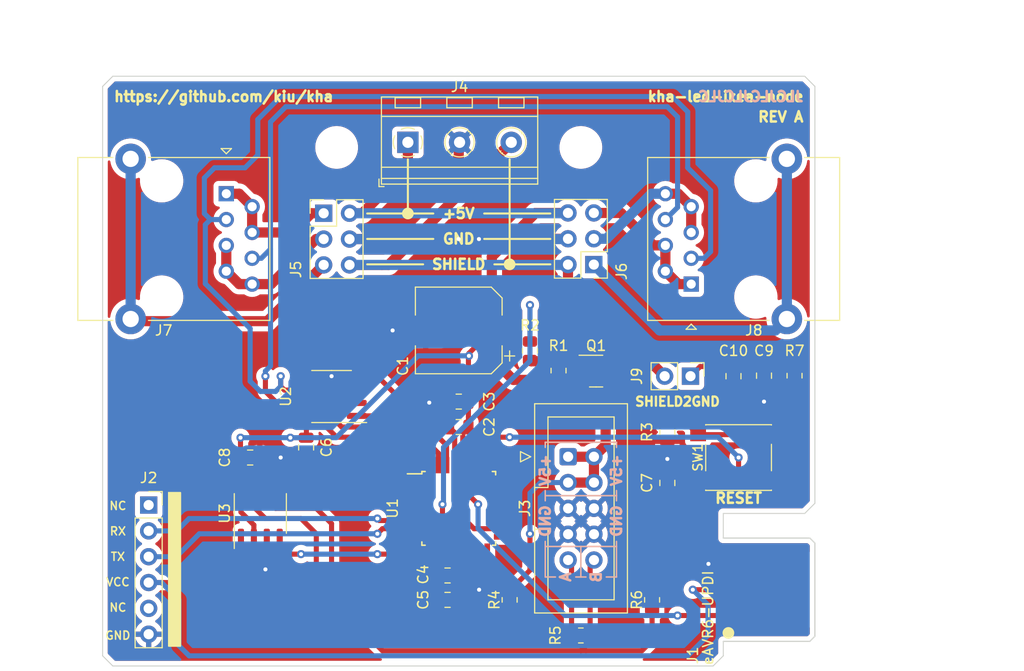
<source format=kicad_pcb>
(kicad_pcb (version 20211014) (generator pcbnew)
  (layers (0 "F.Cu" signal) (31 "B.Cu" signal) (34 "B.Paste" user) (35 "F.Paste" user) (36 "B.SilkS" user "B.Silkscreen") (37 "F.SilkS" user "F.Silkscreen") (38 "B.Mask" user) (39 "F.Mask" user) (44 "Edge.Cuts" user))
  (net 0 "")
  (net 1 "+5V")
  (net 2 "GND")
  (net 3 "Net-(C7-Pad1)")
  (net 4 "UPDI")
  (net 5 "Earth")
  (net 6 "Net-(J6-Pad1)")
  (net 7 "Net-(J6-Pad3)")
  (net 8 "Net-(J6-Pad5)")
  (net 9 "LED_TX")
  (net 10 "BUS_RX")
  (net 11 "BUS_RX_EN")
  (net 12 "BUS_TX_EN")
  (net 13 "BUS_TX")
  (net 14 "485+")
  (net 15 "485-")
  (net 20 "DBG_RX")
  (net 21 "DBG_TX")
  (net 22 "LED_EN")
  (net 36 "Net-(C10-Pad1)")
  (net 37 "Net-(J3-Pad1)")
  (net 38 "Net-(J5-Pad1)")
  (net 39 "Net-(J5-Pad3)")
  (net 40 "Net-(J5-Pad5)")
  (net 41 "Net-(Q1-Pad1)")
  (net 42 "Net-(R3-Pad2)")
  (net 46 "Net-(R5-Pad2)")
  (net 47 "Net-(J3-Pad9)")
  (footprint "Resistor_SMD:R_0805_2012Metric" (layer "F.Cu") (at 115 93)
    (fp_text reference "R5")
    (fp_text value "R")
  )
  (footprint "Resistor_SMD:R_0805_2012Metric" (layer "F.Cu") (at 122 89.5 90)
    (fp_text reference "R6")
    (fp_text value "R")
  )
  (footprint "Connector_PinHeader_2.54mm:PinHeader_2x03_P2.54mm_Vertical" (layer "F.Cu") (at 89.725 51.475)
    (fp_text reference "J5")
    (fp_text value "Conn_02x03_Odd_Even")
  )
  (footprint "MountingHole:MountingHole_3.2mm_M3" (layer "F.Cu") (at 91 45)
    (fp_text reference "H1" hide)
    (fp_text value "MountingHole")
  )
  (footprint "Resistor_SMD:R_0805_2012Metric" (layer "F.Cu") (at 123.5 73 90)
    (fp_text reference "R3")
    (fp_text value "330R")
  )
  (footprint "Package_SO:SOIC-8_3.9x4.9mm_P1.27mm" (layer "F.Cu") (at 83.5 81 90)
    (fp_text reference "U3")
    (fp_text value "SP481E")
  )
  (footprint "Capacitor_SMD:C_0805_2012Metric" (layer "F.Cu") (at 130 67.5 -90)
    (fp_text reference "C10")
    (fp_text value "10nF")
  )
  (footprint "Capacitor_SMD:CP_Elec_8x10" (layer "F.Cu") (at 103 63 180)
    (fp_text reference "C1")
    (fp_text value "470uF")
  )
  (footprint "kiu-footprints:GDLX-S-88K" (layer "F.Cu") (at 70.757 54 -90)
    (fp_text reference "J7")
    (fp_text value "RJ45_Shielded")
  )
  (footprint "Package_TO_SOT_SMD:SOT-23" (layer "F.Cu") (at 116.5 67)
    (fp_text reference "Q1")
    (fp_text value "DMG2301L")
  )
  (footprint "Connector_PinHeader_2.54mm:PinHeader_1x02_P2.54mm_Vertical" (layer "F.Cu") (at 125.775 67.5 -90)
    (fp_text reference "J9")
    (fp_text value "1x02_Jumper")
  )
  (footprint "TerminalBlock_RND:TerminalBlock_RND_205-00233_1x03_P5.08mm_Horizontal" (layer "F.Cu") (at 98 44.5)
    (fp_text reference "J4")
    (fp_text value "Screw_Terminal_01x03")
  )
  (footprint "MountingHole:MountingHole_3.2mm_M3" (layer "F.Cu") (at 115 45)
    (fp_text reference "H2" hide)
    (fp_text value "MountingHole")
  )
  (footprint "Connector_PinSocket_2.54mm:PinSocket_1x06_P2.54mm_Vertical" (layer "F.Cu") (at 72.525 80.175)
    (fp_text reference "J2")
    (fp_text value "Conn_01x06")
  )
  (footprint "Package_QFP:TQFP-32_7x7mm_P0.8mm" (layer "F.Cu") (at 103 80.5)
    (fp_text reference "U1")
    (fp_text value "AVR64DD32")
  )
  (footprint "Capacitor_SMD:C_0805_2012Metric" (layer "F.Cu") (at 133 67.45 -90)
    (fp_text reference "C9")
    (fp_text value "100nF")
  )
  (footprint "Capacitor_SMD:C_0805_2012Metric" (layer "F.Cu") (at 103 70 180)
    (fp_text reference "C3")
    (fp_text value "100nF")
  )
  (footprint "Resistor_SMD:R_0805_2012Metric" (layer "F.Cu") (at 112.80625 66.95 -90)
    (fp_text reference "R1")
    (fp_text value "10k")
  )
  (footprint "Connector_PinHeader_2.54mm:PinHeader_2x03_P2.54mm_Vertical" (layer "F.Cu") (at 116.275 56.525 180)
    (fp_text reference "J6")
    (fp_text value "Conn_02x03_Odd_Even")
  )
  (footprint "Resistor_SMD:R_0805_2012Metric" (layer "F.Cu") (at 108 89.5 -90)
    (fp_text reference "R4")
    (fp_text value "R")
  )
  (footprint "Package_SO:SOIC-8_3.9x4.9mm_P1.27mm" (layer "F.Cu") (at 90.5 69.5 180)
    (fp_text reference "U2")
    (fp_text value "SP481E")
  )
  (footprint "Capacitor_SMD:C_0805_2012Metric" (layer "F.Cu") (at 101.9 87.1)
    (fp_text reference "C4")
    (fp_text value "10nF")
  )
  (footprint "Capacitor_SMD:C_0805_2012Metric" (layer "F.Cu") (at 101.9 89.5)
    (fp_text reference "C5")
    (fp_text value "100nF")
  )
  (footprint "Capacitor_SMD:C_0805_2012Metric" (layer "F.Cu") (at 88 74.5 -90)
    (fp_text reference "C6")
    (fp_text value "100nF")
  )
  (footprint "kiu-footprints:GDLX-S-88K" (layer "F.Cu") (at 135.243 54 90)
    (fp_text reference "J8")
    (fp_text value "RJ45_Shielded")
  )
  (footprint "Resistor_SMD:R_0805_2012Metric" (layer "F.Cu") (at 136 67.45 -90)
    (fp_text reference "R7")
    (fp_text value "1M")
  )
  (footprint "Capacitor_SMD:C_0805_2012Metric" (layer "F.Cu") (at 103 72.5 180)
    (fp_text reference "C2")
    (fp_text value "10nF")
  )
  (footprint "Connector_IDC:IDC-Header_2x05_P2.54mm_Vertical" (layer "F.Cu") (at 113.7475 75.42)
    (fp_text reference "J3")
    (fp_text value "Conn_01x10")
  )
  (footprint "Capacitor_SMD:C_0805_2012Metric" (layer "F.Cu") (at 123.5 78 90)
    (fp_text reference "C7")
    (fp_text value "100nF")
  )
  (footprint "Capacitor_SMD:C_0805_2012Metric" (layer "F.Cu") (at 82.5 75.5)
    (fp_text reference "C8")
    (fp_text value "100nF")
  )
  (footprint "Resistor_SMD:R_0805_2012Metric" (layer "F.Cu") (at 110 65 90)
    (fp_text reference "R2")
    (fp_text value "10R")
  )
  (footprint "eAVR:eAVR6-UPDI-F" (layer "F.Cu") (at 138 88.5 90)
    (fp_text reference "J1")
    (fp_text value "AVR-UPDI-6" hide)
    (fp_line (start -5.08 -9) (end -5.08 -0.5) (layer "Edge.Cuts") (width 0.12))
    (fp_line (start -5.08 -0.5) (end -4.58 0) (layer "Edge.Cuts") (width 0.12))
    (fp_line (start 5.08 -0.5) (end 4.58 0) (layer "Edge.Cuts") (width 0.12))
    (fp_line (start -4.58 0) (end 4.58 0) (layer "Edge.Cuts") (width 0.12))
    (fp_line (start 5.08 -9) (end 5.08 -0.5) (layer "Edge.Cuts") (width 0.12))
  )
  (footprint "Button_Switch_SMD:SW_Push_1P1T_NO_6x6mm_H9.5mm" (layer "F.Cu") (at 130.5 75.5 180)
    (fp_text reference "SW1")
    (fp_text value "SW_Push")
  )
  (gr_line (start 111.5 78.75) (end 111.5 79.75) (layer "B.SilkS") (width 0.15))
  (gr_line (start 111.5 83.75) (end 111.5 87.25) (layer "B.SilkS") (width 0.15))
  (gr_line (start 111.5 84.25) (end 118.5 84.25) (layer "B.SilkS") (width 0.15))
  (gr_line (start 118.5 79.75) (end 118.5 78.75) (layer "B.SilkS") (width 0.15))
  (gr_line (start 118.5 74) (end 118.5 74.5) (layer "B.SilkS") (width 0.15))
  (gr_line (start 115 84.25) (end 115 87.25) (layer "B.SilkS") (width 0.15))
  (gr_line (start 111.5 87.25) (end 112.5 87.25) (layer "B.SilkS") (width 0.15))
  (gr_line (start 111.5 74) (end 118.5 74) (layer "B.SilkS") (width 0.15))
  (gr_line (start 111.5 74) (end 111.5 74.5) (layer "B.SilkS") (width 0.15))
  (gr_line (start 117.5 87.25) (end 118.5 87.25) (layer "B.SilkS") (width 0.15))
  (gr_line (start 111.5 79.25) (end 118.5 79.25) (layer "B.SilkS") (width 0.15))
  (gr_line (start 114.5 87.25) (end 115.5 87.25) (layer "B.SilkS") (width 0.15))
  (gr_line (start 118.5 87.25) (end 118.5 83.75) (layer "B.SilkS") (width 0.15))
  (gr_circle (center 98 51.5) (end 98.5 51.5) (layer "F.SilkS") (width 0.15) (fill solid))
  (gr_line (start 105.5 51.5) (end 112 51.5) (layer "F.SilkS") (width 0.2))
  (gr_rect (start 75.645 78.95875) (end 74.5 94.04125) (layer "F.SilkS") (width 0.15) (fill solid))
  (gr_line (start 108 46.18) (end 108 56.5) (layer "F.SilkS") (width 0.2))
  (gr_circle (center 108 56.5) (end 108.5 56.5) (layer "F.SilkS") (width 0.15) (fill solid))
  (gr_line (start 99.5 56.5) (end 94 56.5) (layer "F.SilkS") (width 0.2))
  (gr_line (start 106.5 56.5) (end 112 56.5) (layer "F.SilkS") (width 0.2))
  (gr_line (start 100.5 51.5) (end 94 51.5) (layer "F.SilkS") (width 0.2))
  (gr_line (start 105.5 54) (end 112 54) (layer "F.SilkS") (width 0.2))
  (gr_line (start 98 46.18) (end 98 51.5) (layer "F.SilkS") (width 0.2))
  (gr_line (start 100.5 54) (end 94 54) (layer "F.SilkS") (width 0.2))
  (gr_line (start 129 95) (end 129 93.58) (layer "Edge.Cuts") (width 0.1))
  (gr_line (start 68 39) (end 68 95) (layer "Edge.Cuts") (width 0.1))
  (gr_line (start 138 39) (end 138 80) (layer "Edge.Cuts") (width 0.1))
  (gr_line (start 137 81) (end 138 80) (layer "Edge.Cuts") (width 0.1))
  (gr_line (start 68 39) (end 69 38) (layer "Edge.Cuts") (width 0.1))
  (gr_line (start 129 83.42) (end 129 81) (layer "Edge.Cuts") (width 0.1))
  (gr_line (start 128 96) (end 129 95) (layer "Edge.Cuts") (width 0.1))
  (gr_line (start 137 38) (end 138 39) (layer "Edge.Cuts") (width 0.1))
  (gr_line (start 129 81) (end 137 81) (layer "Edge.Cuts") (width 0.1))
  (gr_line (start 69 38) (end 137 38) (layer "Edge.Cuts") (width 0.1))
  (gr_line (start 68 95) (end 69 96) (layer "Edge.Cuts") (width 0.1))
  (gr_line (start 69 96) (end 128 96) (layer "Edge.Cuts") (width 0.1))
  (gr_text "+5V" (at 118.5 76.75 90) (layer "B.SilkS") (effects (font (size 1 1) (thickness 0.25)) (justify mirror)))
  (gr_text "GND" (at 118.5 81.75 90) (layer "B.SilkS") (effects (font (size 1 1) (thickness 0.25)) (justify mirror)))
  (gr_text "GND" (at 111.5 81.75 90) (layer "B.SilkS") (effects (font (size 1 1) (thickness 0.25)) (justify mirror)))
  (gr_text "A" (at 113.5 87.25 90) (layer "B.SilkS") (effects (font (size 1 1) (thickness 0.25)) (justify mirror)))
  (gr_text "JLCJLCJLCJLC" (at 137 40) (layer "B.SilkS") (effects (font (size 1 1) (thickness 0.25)) (justify left mirror)))
  (gr_text "+5V" (at 111.5 76.75 90) (layer "B.SilkS") (effects (font (size 1 1) (thickness 0.25)) (justify mirror)))
  (gr_text "B" (at 116.5 87.25 90) (layer "B.SilkS") (effects (font (size 1 1) (thickness 0.25)) (justify mirror)))
  (gr_text "REV A" (at 137 42) (layer "F.SilkS") (effects (font (size 1 1) (thickness 0.25)) (justify right)))
  (gr_text "TX" (at 69.5 85.25) (layer "F.SilkS") (effects (font (size 0.8 0.8))))
  (gr_text "https://github.com/kiu/kha" (at 69 40) (layer "F.SilkS") (effects (font (size 1 1) (thickness 0.25)) (justify left)))
  (gr_text "+5V" (at 103 51.5) (layer "F.SilkS") (effects (font (size 1 1) (thickness 0.25))))
  (gr_text "NC" (at 69.5 80.25) (layer "F.SilkS") (effects (font (size 0.8 0.8))))
  (gr_text "RESET" (at 130.5 79.5) (layer "F.SilkS") (effects (font (size 1 1) (thickness 0.25))))
  (gr_text "kha-led-ikea-node" (at 137 40) (layer "F.SilkS") (effects (font (size 1 1) (thickness 0.25)) (justify right)))
  (gr_text "SHIELD" (at 103 56.5) (layer "F.SilkS") (effects (font (size 1 1) (thickness 0.25))))
  (gr_text "GND" (at 69.5 93) (layer "F.SilkS") (effects (font (size 0.8 0.8))))
  (gr_text "RX" (at 69.5 82.75) (layer "F.SilkS") (effects (font (size 0.8 0.8))))
  (gr_text "SHIELD2GND" (at 124.5 70) (layer "F.SilkS") (effects (font (size 0.9 0.9) (thickness 0.225))))
  (gr_text "GND" (at 103 54) (layer "F.SilkS") (effects (font (size 1 1) (thickness 0.25))))
  (gr_text "VCC" (at 69.5 87.75) (layer "F.SilkS") (effects (font (size 0.8 0.8))))
  (gr_text "NC" (at 69.5 90.25) (layer "F.SilkS") (effects (font (size 0.8 0.8))))
  (segment (start 101 87.05) (end 100.95 87.1) (width 0.5) (layer "F.Cu") (net 1))
  (segment (start 103.4 81.175978) (end 103.4 81.1) (width 0.5) (layer "F.Cu") (net 1))
  (segment (start 108.3625 67.8625) (end 112.80625 67.8625) (width 1) (layer "F.Cu") (net 1))
  (segment (start 103.4 73.05) (end 103.95 72.5) (width 0.5) (layer "F.Cu") (net 1))
  (segment (start 106.25 58.25) (end 106.25 55.75) (width 1) (layer "F.Cu") (net 1))
  (segment (start 104.5 82.5) (end 107.25 82.5) (width 0.5) (layer "F.Cu") (net 1))
  (segment (start 100.95 87.1) (end 100.95 89.5) (width 0.5) (layer "F.Cu") (net 1))
  (segment (start 82.865 82.135) (end 82.865 83.475) (width 0.5) (layer "F.Cu") (net 1))
  (segment (start 103.95 72.5) (end 103.95 70) (width 0.5) (layer "F.Cu") (net 1))
  (segment (start 133 88.5) (end 126 88.5) (width 0.5) (layer "F.Cu") (net 1))
  (segment (start 104 65.25) (end 106.25 63) (width 0.5) (layer "F.Cu") (net 1))
  (segment (start 92.265 51.475) (end 93.525 51.475) (width 1) (layer "F.Cu") (net 1))
  (segment (start 103.4 76.25) (end 103.4 73.05) (width 0.5) (layer "F.Cu") (net 1))
  (segment (start 86.45 73.55) (end 88 73.55) (width 0.5) (layer "F.Cu") (net 1))
  (segment (start 106.25 65.75) (end 106.25 63) (width 1) (layer "F.Cu") (net 1))
  (segment (start 81.595 78.525) (end 81.595 80.865) (width 0.5) (layer "F.Cu") (net 1))
  (segment (start 108.3625 67.8625) (end 106.25 65.75) (width 1) (layer "F.Cu") (net 1))
  (segment (start 106.25 61.25) (end 106.25 58.25) (width 1) (layer "F.Cu") (net 1))
  (segment (start 103.4 81.1) (end 103.4 81.4) (width 0.5) (layer "F.Cu") (net 1))
  (segment (start 101 84.75) (end 101 87.05) (width 0.5) (layer "F.Cu") (net 1))
  (segment (start 104 65.5) (end 104 65.25) (width 0.5) (layer "F.Cu") (net 1))
  (segment (start 103.95 70) (end 103.95 65.55) (width 0.5) (layer "F.Cu") (net 1))
  (segment (start 80.205 87.795) (end 72.525 87.795) (width 0.5) (layer "F.Cu") (net 1))
  (segment (start 81.595 78.525) (end 81.595 75.545) (width 0.5) (layer "F.Cu") (net 1))
  (segment (start 81.595 75.545) (end 81.55 75.5) (width 0.5) (layer "F.Cu") (net 1))
  (segment (start 106.25 55.75) (end 110.555 51.445) (width 1) (layer "F.Cu") (net 1))
  (segment (start 93.525 51.475) (end 98 47) (width 1) (layer "F.Cu") (net 1))
  (segment (start 98 47) (end 98 44.5) (width 1) (layer "F.Cu") (net 1))
  (segment (start 82.865 85.135) (end 80.205 87.795) (width 0.5) (layer "F.Cu") (net 1))
  (segment (start 81.55 75.5) (end 81.55 73.55) (width 0.5) (layer "F.Cu") (net 1))
  (segment (start 103.4 81.4) (end 104.5 82.5) (width 0.5) (layer "F.Cu") (net 1))
  (segment (start 115.475 67.8625) (end 115.5625 67.95) (width 1) (layer "F.Cu") (net 1))
  (segment (start 110.555 51.445) (end 113.735 51.445) (width 1) (layer "F.Cu") (net 1))
  (segment (start 103.4 76.25) (end 103.4 81.1) (width 0.5) (layer "F.Cu") (net 1))
  (segment (start 101 84.75) (end 101 83.575978) (width 0.5) (layer "F.Cu") (net 1))
  (segment (start 106.25 63) (end 106.25 61.25) (width 1) (layer "F.Cu") (net 1))
  (segment (start 101 83.575978) (end 103.4 81.175978) (width 0.5) (layer "F.Cu") (net 1))
  (segment (start 82.865 83.475) (end 82.865 85.135) (width 0.5) (layer "F.Cu") (net 1))
  (segment (start 112.80625 67.8625) (end 115.475 67.8625) (width 1) (layer "F.Cu") (net 1))
  (segment (start 103.95 65.55) (end 104 65.5) (width 0.5) (layer "F.Cu") (net 1))
  (segment (start 81.595 80.865) (end 82.865 82.135) (width 0.5) (layer "F.Cu") (net 1))
  (segment (start 88.025 71.405) (end 88.025 73.525) (width 0.5) (layer "F.Cu") (net 1))
  (segment (start 88.025 73.525) (end 88 73.55) (width 0.5) (layer "F.Cu") (net 1))
  (via (at 104 65.5) (size 0.8) (drill 0.4) (layers "F.Cu" "B.Cu") (net 1))
  (via (at 81.55 73.55) (size 0.8) (drill 0.4) (layers "F.Cu" "B.Cu") (net 1))
  (via (at 86.45 73.55) (size 0.8) (drill 0.4) (layers "F.Cu" "B.Cu") (net 1))
  (via (at 126 88.5) (size 0.8) (drill 0.4) (layers "F.Cu" "B.Cu") (net 1))
  (segment (start 90.95 73.55) (end 99 65.5) (width 0.5) (layer "B.Cu") (net 1))
  (segment (start 81.55 73.55) (end 86.45 73.55) (width 0.5) (layer "B.Cu") (net 1))
  (segment (start 75.5 94) (end 75.5 89.5) (width 0.5) (layer "B.Cu") (net 1))
  (segment (start 92.265 51.475) (end 113.705 51.475) (width 1) (layer "B.Cu") (net 1))
  (segment (start 73.795 87.795) (end 72.525 87.795) (width 0.5) (layer "B.Cu") (net 1))
  (segment (start 86.45 73.55) (end 90.95 73.55) (width 0.5) (layer "B.Cu") (net 1))
  (segment (start 127.5 93) (end 125.5 95) (width 0.5) (layer "B.Cu") (net 1))
  (segment (start 126 88.5) (end 127.5 90) (width 0.5) (layer "B.Cu") (net 1))
  (segment (start 113.705 51.475) (end 113.735 51.445) (width 1) (layer "B.Cu") (net 1))
  (segment (start 125.5 95) (end 76.5 95) (width 0.5) (layer "B.Cu") (net 1))
  (segment (start 76.5 95) (end 75.5 94) (width 0.5) (layer "B.Cu") (net 1))
  (segment (start 75.5 89.5) (end 73.795 87.795) (width 0.5) (layer "B.Cu") (net 1))
  (segment (start 99 65.5) (end 104 65.5) (width 0.5) (layer "B.Cu") (net 1))
  (segment (start 127.5 90) (end 127.5 93) (width 0.5) (layer "B.Cu") (net 1))
  (segment (start 103 46) (end 103 44.5) (width 1) (layer "F.Cu") (net 2))
  (segment (start 102.6 76.25) (end 102.6 73.05) (width 0.5) (layer "F.Cu") (net 2))
  (segment (start 112.5475 81.7) (end 113.7475 80.5) (width 0.5) (layer "F.Cu") (net 2))
  (segment (start 92.265 54.015) (end 94.985 54.015) (width 1) (layer "F.Cu") (net 2))
  (segment (start 107.25 81.7) (end 112.5475 81.7) (width 0.5) (layer "F.Cu") (net 2))
  (segment (start 94.985 54.015) (end 103 46) (width 1) (layer "F.Cu") (net 2))
  (segment (start 113.735 53.985) (end 111.015 53.985) (width 1) (layer "F.Cu") (net 2))
  (segment (start 102.6 73.05) (end 102.05 72.5) (width 0.5) (layer "F.Cu") (net 2))
  (segment (start 133 85.96) (end 127.54 85.96) (width 0.5) (layer "F.Cu") (net 2))
  (segment (start 136 68.3625) (end 133.0375 68.3625) (width 0.5) (layer "F.Cu") (net 2))
  (segment (start 133.0375 68.3625) (end 133 68.4) (width 0.5) (layer "F.Cu") (net 2))
  (segment (start 111.015 53.985) (end 111 54) (width 1) (layer "F.Cu") (net 2))
  (segment (start 133 68.4) (end 130.05 68.4) (width 0.5) (layer "F.Cu") (net 2))
  (segment (start 130.05 68.4) (end 130 68.45) (width 0.5) (layer "F.Cu") (net 2))
  (segment (start 102.05 72.5) (end 102.05 70) (width 0.5) (layer "F.Cu") (net 2))
  (segment (start 123.5 77.05) (end 123.5 74.4125) (width 0.5) (layer "F.Cu") (net 2))
  (via (at 104.985 54.015) (size 0.8) (drill 0.4) (layers "F.Cu" "B.Cu") (net 2))
  (via (at 123.5 75.640435) (size 0.8) (drill 0.4) (layers "F.Cu" "B.Cu") (net 2))
  (via (at 127.54 85.96) (size 0.8) (drill 0.4) (layers "F.Cu" "B.Cu") (net 2))
  (via (at 105 88.5) (size 0.8) (drill 0.4) (layers "F.Cu" "B.Cu") (net 2))
  (via (at 102.985 54.015) (size 0.8) (drill 0.4) (layers "F.Cu" "B.Cu") (net 2))
  (via (at 100.100688 70.100688) (size 0.8) (drill 0.4) (layers "F.Cu" "B.Cu") (net 2))
  (via (at 84 86.5) (size 0.8) (drill 0.4) (layers "F.Cu" "B.Cu") (net 2))
  (via (at 90.5 67.5) (size 0.8) (drill 0.4) (layers "F.Cu" "B.Cu") (net 2))
  (via (at 133 70) (size 0.8) (drill 0.4) (layers "F.Cu" "B.Cu") (net 2))
  (via (at 96.5 63) (size 0.8) (drill 0.4) (layers "F.Cu" "B.Cu") (net 2))
  (via (at 85.5 75.5) (size 0.8) (drill 0.4) (layers "F.Cu" "B.Cu") (net 2))
  (segment (start 92.265 54.015) (end 102.985 54.015) (width 1) (layer "B.Cu") (net 2))
  (segment (start 104.985 54.015) (end 113.705 54.015) (width 1) (layer "B.Cu") (net 2))
  (segment (start 102.985 54.015) (end 104.985 54.015) (width 1) (layer "B.Cu") (net 2))
  (segment (start 113.705 54.015) (end 113.735 53.985) (width 1) (layer "B.Cu") (net 2))
  (segment (start 123.5 78.95) (end 125.325 78.95) (width 0.5) (layer "F.Cu") (net 3))
  (segment (start 105 75.075978) (end 106.575978 73.5) (width 0.5) (layer "F.Cu") (net 3))
  (segment (start 105 76.25) (end 105 75.075978) (width 0.5) (layer "F.Cu") (net 3))
  (segment (start 130.5 77) (end 129.75 77.75) (width 0.5) (layer "F.Cu") (net 3))
  (segment (start 126.525 77.75) (end 129.75 77.75) (width 0.5) (layer "F.Cu") (net 3))
  (segment (start 106.575978 73.5) (end 108 73.5) (width 0.5) (layer "F.Cu") (net 3))
  (segment (start 130.5 75.5) (end 130.5 77) (width 0.5) (layer "F.Cu") (net 3))
  (segment (start 129.75 77.75) (end 134.475 77.75) (width 0.5) (layer "F.Cu") (net 3))
  (segment (start 125.325 78.95) (end 126.525 77.75) (width 0.5) (layer "F.Cu") (net 3))
  (via (at 108 73.5) (size 0.8) (drill 0.4) (layers "F.Cu" "B.Cu") (net 3))
  (via (at 130.5 75.5) (size 0.8) (drill 0.4) (layers "F.Cu" "B.Cu") (net 3))
  (segment (start 108 73.5) (end 120 73.5) (width 0.5) (layer "B.Cu") (net 3))
  (segment (start 120 73.5) (end 128.5 73.5) (width 0.5) (layer "B.Cu") (net 3))
  (segment (start 128.5 73.5) (end 130.5 75.5) (width 0.5) (layer "B.Cu") (net 3))
  (segment (start 104.2 76.25) (end 104.2 78.9) (width 0.5) (layer "F.Cu") (net 4))
  (segment (start 133 91.04) (end 124.5 91.04) (width 0.5) (layer "F.Cu") (net 4))
  (segment (start 104.2 79.4) (end 104.9 80.1) (width 0.5) (layer "F.Cu") (net 4))
  (segment (start 104.2 78.9) (end 104.2 79.4) (width 0.5) (layer "F.Cu") (net 4))
  (via (at 124.5 91.04) (size 0.8) (drill 0.4) (layers "F.Cu" "B.Cu") (net 4))
  (via (at 104.9 80.1) (size 0.8) (drill 0.4) (layers "F.Cu" "B.Cu") (net 4))
  (segment (start 124.5 91.04) (end 113.46 91.04) (width 0.5) (layer "B.Cu") (net 4))
  (segment (start 104.9 82.48) (end 113.46 91.04) (width 0.5) (layer "B.Cu") (net 4))
  (segment (start 104.9 80.1) (end 104.9 82.48) (width 0.5) (layer "B.Cu") (net 4))
  (segment (start 113.735 58) (end 123.235 67.5) (width 1) (layer "F.Cu") (net 5))
  (segment (start 108.16 44.5) (end 96.105 56.555) (width 1) (layer "F.Cu") (net 5))
  (segment (start 113.735 56.525) (end 113.735 58) (width 1) (layer "F.Cu") (net 5))
  (segment (start 96.105 56.555) (end 95.445 56.555) (width 1) (layer "F.Cu") (net 5))
  (segment (start 92.265 56.555) (end 95.445 56.555) (width 1) (layer "F.Cu") (net 5))
  (segment (start 113.705 56.555) (end 113.735 56.525) (width 1) (layer "B.Cu") (net 5))
  (segment (start 92.265 56.555) (end 113.705 56.555) (width 1) (layer "B.Cu") (net 5))
  (segment (start 122.75 63) (end 116.275 56.525) (width 1) (layer "B.Cu") (net 6))
  (segment (start 135.245 61.874) (end 134.119 63) (width 1) (layer "B.Cu") (net 6))
  (segment (start 135.245 61.77) (end 135.245 46.23) (width 1) (layer "B.Cu") (net 6))
  (segment (start 134.119 63) (end 122.75 63) (width 1) (layer "B.Cu") (net 6))
  (segment (start 124.575 49.555) (end 125.845 50.825) (width 1) (layer "F.Cu") (net 7))
  (segment (start 123.305 49.555) (end 124.575 49.555) (width 1) (layer "F.Cu") (net 7))
  (segment (start 125.845 53.365) (end 125.845 50.825) (width 1) (layer "F.Cu") (net 7))
  (segment (start 123.305 49.555) (end 121.945 49.555) (width 1) (layer "B.Cu") (net 7))
  (segment (start 116.275 53.985) (end 117.515 53.985) (width 1) (layer "B.Cu") (net 7))
  (segment (start 121.945 49.555) (end 117.515 53.985) (width 1) (layer "B.Cu") (net 7))
  (segment (start 123.305 54.635) (end 123.305 57.175) (width 1) (layer "F.Cu") (net 8))
  (segment (start 124.575 58.445) (end 123.305 57.175) (width 1) (layer "F.Cu") (net 8))
  (segment (start 118.945 51.445) (end 116.275 51.445) (width 1) (layer "F.Cu") (net 8))
  (segment (start 125.845 58.445) (end 124.575 58.445) (width 1) (layer "F.Cu") (net 8))
  (segment (start 123.305 54.635) (end 122.135 54.635) (width 1) (layer "F.Cu") (net 8))
  (segment (start 122.135 54.635) (end 118.945 51.445) (width 1) (layer "F.Cu") (net 8))
  (segment (start 100.2 84.75) (end 99.95 85) (width 0.5) (layer "F.Cu") (net 9))
  (segment (start 86.5 85) (end 87.5 85) (width 0.5) (layer "F.Cu") (net 9))
  (segment (start 85.405 83.475) (end 85.405 83.905) (width 0.5) (layer "F.Cu") (net 9))
  (segment (start 85.405 83.905) (end 86.5 85) (width 0.5) (layer "F.Cu") (net 9))
  (segment (start 99.95 85) (end 95 85) (width 0.5) (layer "F.Cu") (net 9))
  (via (at 95 85) (size 0.8) (drill 0.4) (layers "F.Cu" "B.Cu") (net 9))
  (via (at 87.5 85) (size 0.8) (drill 0.4) (layers "F.Cu" "B.Cu") (net 9))
  (segment (start 87.5 85) (end 95 85) (width 0.5) (layer "B.Cu") (net 9))
  (segment (start 101 76.25) (end 101 75.075978) (width 0.5) (layer "F.Cu") (net 10))
  (segment (start 101 75.075978) (end 97.329022 71.405) (width 0.5) (layer "F.Cu") (net 10))
  (segment (start 97.329022 71.405) (end 92.975 71.405) (width 0.5) (layer "F.Cu") (net 10))
  (segment (start 91 72) (end 91.5 72.5) (width 0.5) (layer "F.Cu") (net 11))
  (segment (start 92.975 70.135) (end 91.865 70.135) (width 0.5) (layer "F.Cu") (net 11))
  (segment (start 100.2 75.7) (end 100.2 76.25) (width 0.5) (layer "F.Cu") (net 11))
  (segment (start 97 72.5) (end 100.2 75.7) (width 0.5) (layer "F.Cu") (net 11))
  (segment (start 91.5 72.5) (end 97 72.5) (width 0.5) (layer "F.Cu") (net 11))
  (segment (start 91 71) (end 91 72) (width 0.5) (layer "F.Cu") (net 11))
  (segment (start 91.865 70.135) (end 91 71) (width 0.5) (layer "F.Cu") (net 11))
  (segment (start 92.975 68.865) (end 91.135 68.865) (width 0.5) (layer "F.Cu") (net 12))
  (segment (start 91 73.5) (end 96.5 73.5) (width 0.5) (layer "F.Cu") (net 12))
  (segment (start 98.75 75.75) (end 98.75 77.7) (width 0.5) (layer "F.Cu") (net 12))
  (segment (start 90 70) (end 90 72.5) (width 0.5) (layer "F.Cu") (net 12))
  (segment (start 96.5 73.5) (end 98.75 75.75) (width 0.5) (layer "F.Cu") (net 12))
  (segment (start 90 72.5) (end 91 73.5) (width 0.5) (layer "F.Cu") (net 12))
  (segment (start 91.135 68.865) (end 90 70) (width 0.5) (layer "F.Cu") (net 12))
  (segment (start 95.095 67.595) (end 92.975 67.595) (width 0.5) (layer "F.Cu") (net 13))
  (segment (start 101.8 76.25) (end 101.8 74.3) (width 0.5) (layer "F.Cu") (net 13))
  (segment (start 101.8 74.3) (end 95.095 67.595) (width 0.5) (layer "F.Cu") (net 13))
  (segment (start 88.025 68.865) (end 85.865 68.865) (width 0.5) (layer "F.Cu") (net 14))
  (segment (start 85.865 68.865) (end 85.5 68.5) (width 0.5) (layer "F.Cu") (net 14))
  (segment (start 85.5 68.5) (end 85.5 67.5) (width 0.5) (layer "F.Cu") (net 14))
  (via (at 85.5 67.5) (size 0.8) (drill 0.4) (layers "F.Cu" "B.Cu") (net 14))
  (segment (start 124 40) (end 85.5 40) (width 0.5) (layer "B.Cu") (net 14))
  (segment (start 83.25 42.25) (end 83.25 45.75) (width 0.5) (layer "B.Cu") (net 14))
  (segment (start 125.5 47) (end 127.75 49.25) (width 0.5) (layer "B.Cu") (net 14))
  (segment (start 82.5 62.81) (end 82.5 68) (width 0.5) (layer "B.Cu") (net 14))
  (segment (start 78.095 52.595) (end 78.095 58.405) (width 0.5) (layer "B.Cu") (net 14))
  (segment (start 80.155 52.095) (end 78.595 52.095) (width 0.5) (layer "B.Cu") (net 14))
  (segment (start 79 47) (end 78 48) (width 0.5) (layer "B.Cu") (net 14))
  (segment (start 78.095 58.405) (end 82.5 62.81) (width 0.5) (layer "B.Cu") (net 14))
  (segment (start 78.095 52.595) (end 78.595 52.095) (width 0.5) (layer "B.Cu") (net 14))
  (segment (start 127.095 55.905) (end 127.75 55.25) (width 0.5) (layer "B.Cu") (net 14))
  (segment (start 125.5 41.5) (end 124 40) (width 0.5) (layer "B.Cu") (net 14))
  (segment (start 78 51.5) (end 78.595 52.095) (width 0.5) (layer "B.Cu") (net 14))
  (segment (start 82 47) (end 79 47) (width 0.5) (layer "B.Cu") (net 14))
  (segment (start 125.845 55.905) (end 127.095 55.905) (width 0.5) (layer "B.Cu") (net 14))
  (segment (start 127.75 55.25) (end 127.75 49.25) (width 0.5) (layer "B.Cu") (net 14))
  (segment (start 85 69) (end 85.5 68.5) (width 0.5) (layer "B.Cu") (net 14))
  (segment (start 82.5 68) (end 83.5 69) (width 0.5) (layer "B.Cu") (net 14))
  (segment (start 83.5 69) (end 85 69) (width 0.5) (layer "B.Cu") (net 14))
  (segment (start 125.5 41.5) (end 125.5 47) (width 0.5) (layer "B.Cu") (net 14))
  (segment (start 85.5 40) (end 83.25 42.25) (width 0.5) (layer "B.Cu") (net 14))
  (segment (start 85.5 68.5) (end 85.5 67.5) (width 0.5) (layer "B.Cu") (net 14))
  (segment (start 83.25 45.75) (end 82 47) (width 0.5) (layer "B.Cu") (net 14))
  (segment (start 78 51.5) (end 78 48) (width 0.5) (layer "B.Cu") (net 14))
  (segment (start 85.135 70.135) (end 84 69) (width 0.5) (layer "F.Cu") (net 15))
  (segment (start 84 69) (end 84 67.5) (width 0.5) (layer "F.Cu") (net 15))
  (segment (start 88.025 70.135) (end 85.135 70.135) (width 0.5) (layer "F.Cu") (net 15))
  (via (at 84 67.5) (size 0.8) (drill 0.4) (layers "F.Cu" "B.Cu") (net 15))
  (segment (start 84 67.5) (end 84 67) (width 0.5) (layer "B.Cu") (net 15))
  (segment (start 84 67) (end 84.5 66.5) (width 0.5) (layer "B.Cu") (net 15))
  (segment (start 83.595 55.905) (end 84.5 55) (width 0.5) (layer "B.Cu") (net 15))
  (segment (start 82.695 55.905) (end 83.595 55.905) (width 0.5) (layer "B.Cu") (net 15))
  (segment (start 124.504511 42.004511) (end 123.5 41) (width 0.5) (layer "B.Cu") (net 15))
  (segment (start 123.305 52.095) (end 124.504511 50.895489) (width 0.5) (layer "B.Cu") (net 15))
  (segment (start 123.5 41) (end 86 41) (width 0.5) (layer "B.Cu") (net 15))
  (segment (start 86 41) (end 84.5 42.5) (width 0.5) (layer "B.Cu") (net 15))
  (segment (start 124.504511 50.895489) (end 124.504511 42.004511) (width 0.5) (layer "B.Cu") (net 15))
  (segment (start 84.5 42.5) (end 84.5 55) (width 0.5) (layer "B.Cu") (net 15))
  (segment (start 84.5 55) (end 84.5 66.5) (width 0.5) (layer "B.Cu") (net 15))
  (segment (start 98.75 81.7) (end 95.2 81.7) (width 0.5) (layer "F.Cu") (net 20))
  (segment (start 95.2 81.7) (end 95 81.5) (width 0.5) (layer "F.Cu") (net 20))
  (via (at 95 81.5) (size 0.8) (drill 0.4) (layers "F.Cu" "B.Cu") (net 20))
  (segment (start 76.5 81.5) (end 75.285 82.715) (width 0.5) (layer "B.Cu") (net 20))
  (segment (start 95 81.5) (end 76.5 81.5) (width 0.5) (layer "B.Cu") (net 20))
  (segment (start 75.285 82.715) (end 72.525 82.715) (width 0.5) (layer "B.Cu") (net 20))
  (segment (start 95.5 82.5) (end 95 83) (width 0.5) (layer "F.Cu") (net 21))
  (segment (start 98.75 82.5) (end 95.5 82.5) (width 0.5) (layer "F.Cu") (net 21))
  (via (at 95 83) (size 0.8) (drill 0.4) (layers "F.Cu" "B.Cu") (net 21))
  (segment (start 95 83) (end 77.5 83) (width 0.5) (layer "B.Cu") (net 21))
  (segment (start 77.5 83) (end 75.245 85.255) (width 0.5) (layer "B.Cu") (net 21))
  (segment (start 75.245 85.255) (end 72.525 85.255) (width 0.5) (layer "B.Cu") (net 21))
  (segment (start 98.75 83.3) (end 100.05 83.3) (width 0.5) (layer "F.Cu") (net 22))
  (segment (start 100.05 83.3) (end 101.4 81.95) (width 0.5) (layer "F.Cu") (net 22))
  (segment (start 110 64.0875) (end 110 60.5) (width 0.5) (layer "F.Cu") (net 22))
  (segment (start 101.4 81.95) (end 101.4 80.1) (width 0.5) (layer "F.Cu") (net 22))
  (via (at 110 60.5) (size 0.8) (drill 0.4) (layers "F.Cu" "B.Cu") (net 22))
  (via (at 101.4 80.1) (size 0.8) (drill 0.4) (layers "F.Cu" "B.Cu") (net 22))
  (segment (start 101.5 74.5) (end 110 66) (width 0.5) (layer "B.Cu") (net 22))
  (segment (start 101.5 80) (end 101.5 74.5) (width 0.5) (layer "B.Cu") (net 22))
  (segment (start 101.4 80.1) (end 101.5 80) (width 0.5) (layer "B.Cu") (net 22))
  (segment (start 110 66) (end 110 60.5) (width 0.5) (layer "B.Cu") (net 22))
  (segment (start 136 66.5375) (end 133.0375 66.5375) (width 0.5) (layer "F.Cu") (net 36))
  (segment (start 132.95 66.55) (end 133 66.5) (width 0.5) (layer "F.Cu") (net 36))
  (segment (start 130 66.55) (end 126.725 66.55) (width 0.5) (layer "F.Cu") (net 36))
  (segment (start 126.725 66.55) (end 125.775 67.5) (width 0.5) (layer "F.Cu") (net 36))
  (segment (start 130 66.55) (end 132.95 66.55) (width 0.5) (layer "F.Cu") (net 36))
  (segment (start 133.0375 66.5375) (end 133 66.5) (width 0.5) (layer "F.Cu") (net 36))
  (segment (start 116.2875 75.42) (end 117.4375 74.27) (width 1) (layer "F.Cu") (net 37))
  (segment (start 117.4375 74.27) (end 117.4375 67) (width 1) (layer "F.Cu") (net 37))
  (segment (start 116.2875 75.42) (end 116.2875 77.96) (width 1) (layer "F.Cu") (net 37))
  (segment (start 110 86.5875) (end 110 83) (width 0.5) (layer "F.Cu") (net 37))
  (segment (start 116.2875 75.42) (end 113.7475 75.42) (width 1) (layer "F.Cu") (net 37))
  (segment (start 116.2875 77.96) (end 113.7475 77.96) (width 1) (layer "F.Cu") (net 37))
  (segment (start 108 88.5875) (end 110 86.5875) (width 0.5) (layer "F.Cu") (net 37))
  (via (at 110 83) (size 0.8) (drill 0.4) (layers "F.Cu" "B.Cu") (net 37))
  (segment (start 110 79) (end 110 83) (width 0.5) (layer "B.Cu") (net 37))
  (segment (start 110 79) (end 111.04 77.96) (width 0.5) (layer "B.Cu") (net 37))
  (segment (start 111.04 77.96) (end 113.7475 77.96) (width 0.5) (layer "B.Cu") (net 37))
  (segment (start 89.725 51.475) (end 88.525 51.475) (width 1) (layer "F.Cu") (net 38))
  (segment (start 81.425 49.555) (end 82.695 50.825) (width 1) (layer "F.Cu") (net 38))
  (segment (start 82.695 53.365) (end 86.635 53.365) (width 1) (layer "F.Cu") (net 38))
  (segment (start 80.155 49.555) (end 81.425 49.555) (width 1) (layer "F.Cu") (net 38))
  (segment (start 82.695 53.365) (end 82.695 50.825) (width 1) (layer "F.Cu") (net 38))
  (segment (start 86.635 53.365) (end 88.525 51.475) (width 1) (layer "F.Cu") (net 38))
  (segment (start 82.695 58.445) (end 81.425 58.445) (width 1) (layer "F.Cu") (net 39))
  (segment (start 89.725 54.015) (end 88.985 54.015) (width 1) (layer "F.Cu") (net 39))
  (segment (start 81.425 58.445) (end 80.155 57.175) (width 1) (layer "F.Cu") (net 39))
  (segment (start 84.555 58.445) (end 88.985 54.015) (width 1) (layer "F.Cu") (net 39))
  (segment (start 82.695 58.445) (end 84.555 58.445) (width 1) (layer "F.Cu") (net 39))
  (segment (start 80.155 57.175) (end 80.155 54.635) (width 1) (layer "F.Cu") (net 39))
  (segment (start 84.190479 62.089521) (end 70.972521 62.089521) (width 1) (layer "F.Cu") (net 40))
  (segment (start 89.725 56.555) (end 84.190479 62.089521) (width 1) (layer "F.Cu") (net 40))
  (segment (start 70.972521 62.089521) (end 70.757 61.874) (width 1) (layer "F.Cu") (net 40))
  (segment (start 70.755 61.77) (end 70.755 46.23) (width 1) (layer "B.Cu") (net 40))
  (segment (start 112.80625 66.0375) (end 110.125 66.0375) (width 1) (layer "F.Cu") (net 41))
  (segment (start 110.125 66.0375) (end 110 65.9125) (width 1) (layer "F.Cu") (net 41))
  (segment (start 115.5625 66.05) (end 112.81875 66.05) (width 1) (layer "F.Cu") (net 41))
  (segment (start 112.81875 66.05) (end 112.80625 66.0375) (width 1) (layer "F.Cu") (net 41))
  (segment (start 126.525 73.25) (end 134.475 73.25) (width 0.5) (layer "F.Cu") (net 42))
  (segment (start 123.5 72.0875) (end 125.3625 72.0875) (width 0.5) (layer "F.Cu") (net 42))
  (segment (start 125.3625 72.0875) (end 126.525 73.25) (width 0.5) (layer "F.Cu") (net 42))
  (segment (start 115 94.5) (end 95.5 94.5) (width 0.5) (layer "F.Cu") (net 46))
  (segment (start 115.5 94.5) (end 115 94.5) (width 0.5) (layer "F.Cu") (net 46))
  (segment (start 122 90.4125) (end 122 93.5) (width 0.5) (layer "F.Cu") (net 46))
  (segment (start 115.9125 93.5875) (end 115 94.5) (width 0.5) (layer "F.Cu") (net 46))
  (segment (start 95.5 94.5) (end 89 88) (width 0.5) (layer "F.Cu") (net 46))
  (segment (start 82.865 80.365) (end 84 81.5) (width 0.5) (layer "F.Cu") (net 46))
  (segment (start 82.865 78.525) (end 82.865 80.365) (width 0.5) (layer "F.Cu") (net 46))
  (segment (start 89 83) (end 89 88) (width 0.5) (layer "F.Cu") (net 46))
  (segment (start 84 81.5) (end 87.5 81.5) (width 0.5) (layer "F.Cu") (net 46))
  (segment (start 121 94.5) (end 115.5 94.5) (width 0.5) (layer "F.Cu") (net 46))
  (segment (start 115.9125 93) (end 115.9125 85.955) (width 0.5) (layer "F.Cu") (net 46))
  (segment (start 122 93.5) (end 121 94.5) (width 0.5) (layer "F.Cu") (net 46))
  (segment (start 87.5 81.5) (end 89 83) (width 0.5) (layer "F.Cu") (net 46))
  (segment (start 115.9125 85.955) (end 116.2875 85.58) (width 0.5) (layer "F.Cu") (net 46))
  (segment (start 115.9125 93) (end 115.9125 93.5875) (width 0.5) (layer "F.Cu") (net 46))
  (segment (start 85 80.5) (end 89 80.5) (width 0.5) (layer "F.Cu") (net 47))
  (segment (start 96.5 93) (end 109 93) (width 0.5) (layer "F.Cu") (net 47))
  (segment (start 89 80.5) (end 90.5 82) (width 0.5) (layer "F.Cu") (net 47))
  (segment (start 108 92) (end 109 93) (width 0.5) (layer "F.Cu") (net 47))
  (segment (start 114.0875 93) (end 114.0875 85.92) (width 0.5) (layer "F.Cu") (net 47))
  (segment (start 90.5 82) (end 90.5 87) (width 0.5) (layer "F.Cu") (net 47))
  (segment (start 84.135 78.525) (end 84.135 79.635) (width 0.5) (layer "F.Cu") (net 47))
  (segment (start 114.0875 85.92) (end 113.7475 85.58) (width 0.5) (layer "F.Cu") (net 47))
  (segment (start 114.0875 93) (end 109 93) (width 0.5) (layer "F.Cu") (net 47))
  (segment (start 84.135 79.635) (end 85 80.5) (width 0.5) (layer "F.Cu") (net 47))
  (segment (start 108 90.4125) (end 108 92) (width 0.5) (layer "F.Cu") (net 47))
  (segment (start 90.5 87) (end 96.5 93) (width 0.5) (layer "F.Cu") (net 47))
  (zone (net 2) (net_name "GND") (layers F&B.Cu) (connect_pads (clearance 0.508)) (min_thickness 0.254) (fill yes (thermal_gap 0.508) (thermal_bridge_width 0.508))
    (polygon (pts (xy 138 96) (xy 68 96) (xy 68 38) (xy 138 38)))
  )
)
</source>
